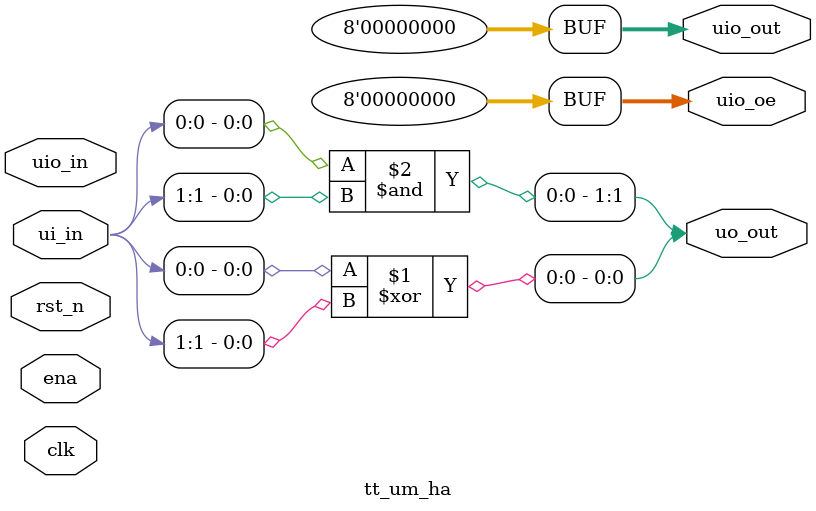
<source format=v>
/*
 * Copyright (c) 2024 Your Name
 * SPDX-License-Identifier: Apache-2.0
 */

`define default_netname none

module tt_um_ha (
    input  wire [7:0] ui_in,    // Dedicated inputs
    output wire [7:0] uo_out,   // Dedicated outputs
    input  wire [7:0] uio_in,   // IOs: Input path
    output wire [7:0] uio_out,  // IOs: Output path
    output wire [7:0] uio_oe,   // IOs: Enable path (active high: 0=input, 1=output)
    input  wire       ena,      // will go high when the design is enabled
    input  wire       clk,      // clock
    input  wire       rst_n     // reset_n - low to reset
);

  // All output pins must be assigned. If not used, assign to 0.
  // assign uo_out  = ui_in + uio_in;  // Example: ou_out is the sum of ui_in and uio_in
   // assign ui_in[7:2]=6*b000000;
    assign ui_out[7:2]=6'b000000;
   // assign uio_in = 0;
  assign uio_out = 0;
  assign uio_oe  = 0;
    assign uo_out[0]= ui_in[0] ^ ui_in[1]; // assigning sum
    assign uo_out[1]= ui_in[0] & ui_in[1]; // assigning carry
endmodule

</source>
